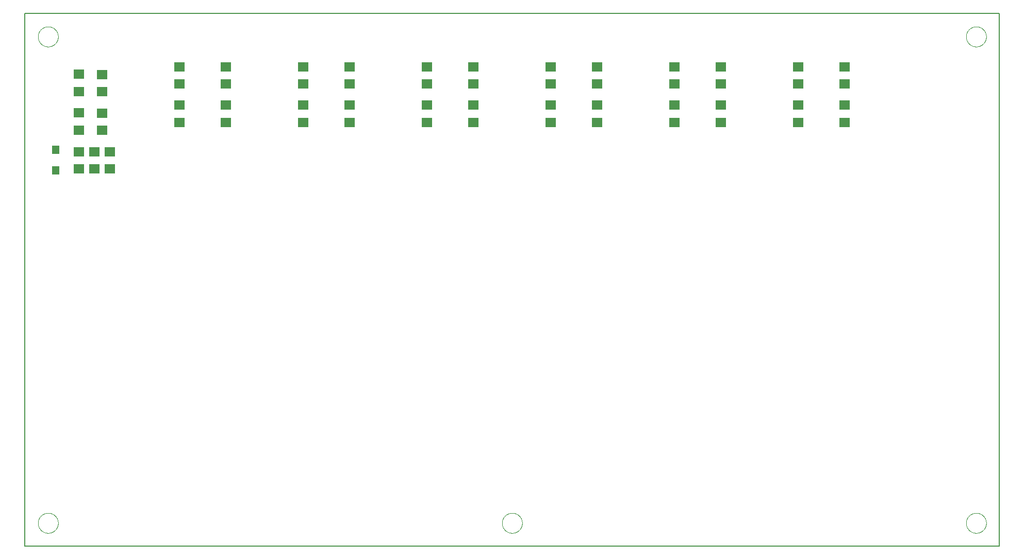
<source format=gtp>
G75*
%MOIN*%
%OFA0B0*%
%FSLAX25Y25*%
%IPPOS*%
%LPD*%
%AMOC8*
5,1,8,0,0,1.08239X$1,22.5*
%
%ADD10C,0.00600*%
%ADD11R,0.07098X0.06299*%
%ADD12R,0.07087X0.06299*%
%ADD13R,0.04724X0.05315*%
%ADD14C,0.00000*%
D10*
X0047595Y0011551D02*
X0677595Y0011551D01*
X0677595Y0356551D01*
X0047595Y0356551D01*
X0047595Y0011551D01*
D11*
X0082595Y0280953D03*
X0082595Y0292150D03*
X0082595Y0305953D03*
X0082595Y0317150D03*
X0147595Y0297150D03*
X0147595Y0285953D03*
X0177595Y0285953D03*
X0177595Y0297150D03*
X0227595Y0297150D03*
X0227595Y0285953D03*
X0257595Y0285953D03*
X0257595Y0297150D03*
X0307595Y0297150D03*
X0307595Y0285953D03*
X0337595Y0285953D03*
X0337595Y0297150D03*
X0387595Y0297150D03*
X0387595Y0285953D03*
X0417595Y0285953D03*
X0417595Y0297150D03*
X0467595Y0297150D03*
X0467595Y0285953D03*
X0497595Y0285953D03*
X0497595Y0297150D03*
X0547595Y0297150D03*
X0547595Y0285953D03*
X0577595Y0285953D03*
X0577595Y0297150D03*
D12*
X0577595Y0311039D03*
X0577595Y0322063D03*
X0547595Y0322063D03*
X0547595Y0311039D03*
X0497595Y0311039D03*
X0497595Y0322063D03*
X0467595Y0322063D03*
X0467595Y0311039D03*
X0417595Y0311039D03*
X0417595Y0322063D03*
X0387595Y0322063D03*
X0387595Y0311039D03*
X0337595Y0311039D03*
X0337595Y0322063D03*
X0307595Y0322063D03*
X0307595Y0311039D03*
X0257595Y0311039D03*
X0257595Y0322063D03*
X0227595Y0322063D03*
X0227595Y0311039D03*
X0177595Y0311039D03*
X0177595Y0322063D03*
X0147595Y0322063D03*
X0147595Y0311039D03*
X0097595Y0306039D03*
X0097595Y0317063D03*
X0097595Y0292063D03*
X0097595Y0281039D03*
X0092595Y0267063D03*
X0082595Y0267063D03*
X0082595Y0256039D03*
X0092595Y0256039D03*
X0102595Y0256039D03*
X0102595Y0267063D03*
D13*
X0067595Y0268146D03*
X0067595Y0254957D03*
D14*
X0056095Y0341551D02*
X0056097Y0341712D01*
X0056103Y0341872D01*
X0056113Y0342033D01*
X0056127Y0342193D01*
X0056145Y0342353D01*
X0056166Y0342512D01*
X0056192Y0342671D01*
X0056222Y0342829D01*
X0056255Y0342986D01*
X0056293Y0343143D01*
X0056334Y0343298D01*
X0056379Y0343452D01*
X0056428Y0343605D01*
X0056481Y0343757D01*
X0056537Y0343908D01*
X0056598Y0344057D01*
X0056661Y0344205D01*
X0056729Y0344351D01*
X0056800Y0344495D01*
X0056874Y0344637D01*
X0056952Y0344778D01*
X0057034Y0344916D01*
X0057119Y0345053D01*
X0057207Y0345187D01*
X0057299Y0345319D01*
X0057394Y0345449D01*
X0057492Y0345577D01*
X0057593Y0345702D01*
X0057697Y0345824D01*
X0057804Y0345944D01*
X0057914Y0346061D01*
X0058027Y0346176D01*
X0058143Y0346287D01*
X0058262Y0346396D01*
X0058383Y0346501D01*
X0058507Y0346604D01*
X0058633Y0346704D01*
X0058761Y0346800D01*
X0058892Y0346893D01*
X0059026Y0346983D01*
X0059161Y0347070D01*
X0059299Y0347153D01*
X0059438Y0347233D01*
X0059580Y0347309D01*
X0059723Y0347382D01*
X0059868Y0347451D01*
X0060015Y0347517D01*
X0060163Y0347579D01*
X0060313Y0347637D01*
X0060464Y0347692D01*
X0060617Y0347743D01*
X0060771Y0347790D01*
X0060926Y0347833D01*
X0061082Y0347872D01*
X0061238Y0347908D01*
X0061396Y0347939D01*
X0061554Y0347967D01*
X0061713Y0347991D01*
X0061873Y0348011D01*
X0062033Y0348027D01*
X0062193Y0348039D01*
X0062354Y0348047D01*
X0062515Y0348051D01*
X0062675Y0348051D01*
X0062836Y0348047D01*
X0062997Y0348039D01*
X0063157Y0348027D01*
X0063317Y0348011D01*
X0063477Y0347991D01*
X0063636Y0347967D01*
X0063794Y0347939D01*
X0063952Y0347908D01*
X0064108Y0347872D01*
X0064264Y0347833D01*
X0064419Y0347790D01*
X0064573Y0347743D01*
X0064726Y0347692D01*
X0064877Y0347637D01*
X0065027Y0347579D01*
X0065175Y0347517D01*
X0065322Y0347451D01*
X0065467Y0347382D01*
X0065610Y0347309D01*
X0065752Y0347233D01*
X0065891Y0347153D01*
X0066029Y0347070D01*
X0066164Y0346983D01*
X0066298Y0346893D01*
X0066429Y0346800D01*
X0066557Y0346704D01*
X0066683Y0346604D01*
X0066807Y0346501D01*
X0066928Y0346396D01*
X0067047Y0346287D01*
X0067163Y0346176D01*
X0067276Y0346061D01*
X0067386Y0345944D01*
X0067493Y0345824D01*
X0067597Y0345702D01*
X0067698Y0345577D01*
X0067796Y0345449D01*
X0067891Y0345319D01*
X0067983Y0345187D01*
X0068071Y0345053D01*
X0068156Y0344916D01*
X0068238Y0344778D01*
X0068316Y0344637D01*
X0068390Y0344495D01*
X0068461Y0344351D01*
X0068529Y0344205D01*
X0068592Y0344057D01*
X0068653Y0343908D01*
X0068709Y0343757D01*
X0068762Y0343605D01*
X0068811Y0343452D01*
X0068856Y0343298D01*
X0068897Y0343143D01*
X0068935Y0342986D01*
X0068968Y0342829D01*
X0068998Y0342671D01*
X0069024Y0342512D01*
X0069045Y0342353D01*
X0069063Y0342193D01*
X0069077Y0342033D01*
X0069087Y0341872D01*
X0069093Y0341712D01*
X0069095Y0341551D01*
X0069093Y0341390D01*
X0069087Y0341230D01*
X0069077Y0341069D01*
X0069063Y0340909D01*
X0069045Y0340749D01*
X0069024Y0340590D01*
X0068998Y0340431D01*
X0068968Y0340273D01*
X0068935Y0340116D01*
X0068897Y0339959D01*
X0068856Y0339804D01*
X0068811Y0339650D01*
X0068762Y0339497D01*
X0068709Y0339345D01*
X0068653Y0339194D01*
X0068592Y0339045D01*
X0068529Y0338897D01*
X0068461Y0338751D01*
X0068390Y0338607D01*
X0068316Y0338465D01*
X0068238Y0338324D01*
X0068156Y0338186D01*
X0068071Y0338049D01*
X0067983Y0337915D01*
X0067891Y0337783D01*
X0067796Y0337653D01*
X0067698Y0337525D01*
X0067597Y0337400D01*
X0067493Y0337278D01*
X0067386Y0337158D01*
X0067276Y0337041D01*
X0067163Y0336926D01*
X0067047Y0336815D01*
X0066928Y0336706D01*
X0066807Y0336601D01*
X0066683Y0336498D01*
X0066557Y0336398D01*
X0066429Y0336302D01*
X0066298Y0336209D01*
X0066164Y0336119D01*
X0066029Y0336032D01*
X0065891Y0335949D01*
X0065752Y0335869D01*
X0065610Y0335793D01*
X0065467Y0335720D01*
X0065322Y0335651D01*
X0065175Y0335585D01*
X0065027Y0335523D01*
X0064877Y0335465D01*
X0064726Y0335410D01*
X0064573Y0335359D01*
X0064419Y0335312D01*
X0064264Y0335269D01*
X0064108Y0335230D01*
X0063952Y0335194D01*
X0063794Y0335163D01*
X0063636Y0335135D01*
X0063477Y0335111D01*
X0063317Y0335091D01*
X0063157Y0335075D01*
X0062997Y0335063D01*
X0062836Y0335055D01*
X0062675Y0335051D01*
X0062515Y0335051D01*
X0062354Y0335055D01*
X0062193Y0335063D01*
X0062033Y0335075D01*
X0061873Y0335091D01*
X0061713Y0335111D01*
X0061554Y0335135D01*
X0061396Y0335163D01*
X0061238Y0335194D01*
X0061082Y0335230D01*
X0060926Y0335269D01*
X0060771Y0335312D01*
X0060617Y0335359D01*
X0060464Y0335410D01*
X0060313Y0335465D01*
X0060163Y0335523D01*
X0060015Y0335585D01*
X0059868Y0335651D01*
X0059723Y0335720D01*
X0059580Y0335793D01*
X0059438Y0335869D01*
X0059299Y0335949D01*
X0059161Y0336032D01*
X0059026Y0336119D01*
X0058892Y0336209D01*
X0058761Y0336302D01*
X0058633Y0336398D01*
X0058507Y0336498D01*
X0058383Y0336601D01*
X0058262Y0336706D01*
X0058143Y0336815D01*
X0058027Y0336926D01*
X0057914Y0337041D01*
X0057804Y0337158D01*
X0057697Y0337278D01*
X0057593Y0337400D01*
X0057492Y0337525D01*
X0057394Y0337653D01*
X0057299Y0337783D01*
X0057207Y0337915D01*
X0057119Y0338049D01*
X0057034Y0338186D01*
X0056952Y0338324D01*
X0056874Y0338465D01*
X0056800Y0338607D01*
X0056729Y0338751D01*
X0056661Y0338897D01*
X0056598Y0339045D01*
X0056537Y0339194D01*
X0056481Y0339345D01*
X0056428Y0339497D01*
X0056379Y0339650D01*
X0056334Y0339804D01*
X0056293Y0339959D01*
X0056255Y0340116D01*
X0056222Y0340273D01*
X0056192Y0340431D01*
X0056166Y0340590D01*
X0056145Y0340749D01*
X0056127Y0340909D01*
X0056113Y0341069D01*
X0056103Y0341230D01*
X0056097Y0341390D01*
X0056095Y0341551D01*
X0056095Y0026551D02*
X0056097Y0026712D01*
X0056103Y0026872D01*
X0056113Y0027033D01*
X0056127Y0027193D01*
X0056145Y0027353D01*
X0056166Y0027512D01*
X0056192Y0027671D01*
X0056222Y0027829D01*
X0056255Y0027986D01*
X0056293Y0028143D01*
X0056334Y0028298D01*
X0056379Y0028452D01*
X0056428Y0028605D01*
X0056481Y0028757D01*
X0056537Y0028908D01*
X0056598Y0029057D01*
X0056661Y0029205D01*
X0056729Y0029351D01*
X0056800Y0029495D01*
X0056874Y0029637D01*
X0056952Y0029778D01*
X0057034Y0029916D01*
X0057119Y0030053D01*
X0057207Y0030187D01*
X0057299Y0030319D01*
X0057394Y0030449D01*
X0057492Y0030577D01*
X0057593Y0030702D01*
X0057697Y0030824D01*
X0057804Y0030944D01*
X0057914Y0031061D01*
X0058027Y0031176D01*
X0058143Y0031287D01*
X0058262Y0031396D01*
X0058383Y0031501D01*
X0058507Y0031604D01*
X0058633Y0031704D01*
X0058761Y0031800D01*
X0058892Y0031893D01*
X0059026Y0031983D01*
X0059161Y0032070D01*
X0059299Y0032153D01*
X0059438Y0032233D01*
X0059580Y0032309D01*
X0059723Y0032382D01*
X0059868Y0032451D01*
X0060015Y0032517D01*
X0060163Y0032579D01*
X0060313Y0032637D01*
X0060464Y0032692D01*
X0060617Y0032743D01*
X0060771Y0032790D01*
X0060926Y0032833D01*
X0061082Y0032872D01*
X0061238Y0032908D01*
X0061396Y0032939D01*
X0061554Y0032967D01*
X0061713Y0032991D01*
X0061873Y0033011D01*
X0062033Y0033027D01*
X0062193Y0033039D01*
X0062354Y0033047D01*
X0062515Y0033051D01*
X0062675Y0033051D01*
X0062836Y0033047D01*
X0062997Y0033039D01*
X0063157Y0033027D01*
X0063317Y0033011D01*
X0063477Y0032991D01*
X0063636Y0032967D01*
X0063794Y0032939D01*
X0063952Y0032908D01*
X0064108Y0032872D01*
X0064264Y0032833D01*
X0064419Y0032790D01*
X0064573Y0032743D01*
X0064726Y0032692D01*
X0064877Y0032637D01*
X0065027Y0032579D01*
X0065175Y0032517D01*
X0065322Y0032451D01*
X0065467Y0032382D01*
X0065610Y0032309D01*
X0065752Y0032233D01*
X0065891Y0032153D01*
X0066029Y0032070D01*
X0066164Y0031983D01*
X0066298Y0031893D01*
X0066429Y0031800D01*
X0066557Y0031704D01*
X0066683Y0031604D01*
X0066807Y0031501D01*
X0066928Y0031396D01*
X0067047Y0031287D01*
X0067163Y0031176D01*
X0067276Y0031061D01*
X0067386Y0030944D01*
X0067493Y0030824D01*
X0067597Y0030702D01*
X0067698Y0030577D01*
X0067796Y0030449D01*
X0067891Y0030319D01*
X0067983Y0030187D01*
X0068071Y0030053D01*
X0068156Y0029916D01*
X0068238Y0029778D01*
X0068316Y0029637D01*
X0068390Y0029495D01*
X0068461Y0029351D01*
X0068529Y0029205D01*
X0068592Y0029057D01*
X0068653Y0028908D01*
X0068709Y0028757D01*
X0068762Y0028605D01*
X0068811Y0028452D01*
X0068856Y0028298D01*
X0068897Y0028143D01*
X0068935Y0027986D01*
X0068968Y0027829D01*
X0068998Y0027671D01*
X0069024Y0027512D01*
X0069045Y0027353D01*
X0069063Y0027193D01*
X0069077Y0027033D01*
X0069087Y0026872D01*
X0069093Y0026712D01*
X0069095Y0026551D01*
X0069093Y0026390D01*
X0069087Y0026230D01*
X0069077Y0026069D01*
X0069063Y0025909D01*
X0069045Y0025749D01*
X0069024Y0025590D01*
X0068998Y0025431D01*
X0068968Y0025273D01*
X0068935Y0025116D01*
X0068897Y0024959D01*
X0068856Y0024804D01*
X0068811Y0024650D01*
X0068762Y0024497D01*
X0068709Y0024345D01*
X0068653Y0024194D01*
X0068592Y0024045D01*
X0068529Y0023897D01*
X0068461Y0023751D01*
X0068390Y0023607D01*
X0068316Y0023465D01*
X0068238Y0023324D01*
X0068156Y0023186D01*
X0068071Y0023049D01*
X0067983Y0022915D01*
X0067891Y0022783D01*
X0067796Y0022653D01*
X0067698Y0022525D01*
X0067597Y0022400D01*
X0067493Y0022278D01*
X0067386Y0022158D01*
X0067276Y0022041D01*
X0067163Y0021926D01*
X0067047Y0021815D01*
X0066928Y0021706D01*
X0066807Y0021601D01*
X0066683Y0021498D01*
X0066557Y0021398D01*
X0066429Y0021302D01*
X0066298Y0021209D01*
X0066164Y0021119D01*
X0066029Y0021032D01*
X0065891Y0020949D01*
X0065752Y0020869D01*
X0065610Y0020793D01*
X0065467Y0020720D01*
X0065322Y0020651D01*
X0065175Y0020585D01*
X0065027Y0020523D01*
X0064877Y0020465D01*
X0064726Y0020410D01*
X0064573Y0020359D01*
X0064419Y0020312D01*
X0064264Y0020269D01*
X0064108Y0020230D01*
X0063952Y0020194D01*
X0063794Y0020163D01*
X0063636Y0020135D01*
X0063477Y0020111D01*
X0063317Y0020091D01*
X0063157Y0020075D01*
X0062997Y0020063D01*
X0062836Y0020055D01*
X0062675Y0020051D01*
X0062515Y0020051D01*
X0062354Y0020055D01*
X0062193Y0020063D01*
X0062033Y0020075D01*
X0061873Y0020091D01*
X0061713Y0020111D01*
X0061554Y0020135D01*
X0061396Y0020163D01*
X0061238Y0020194D01*
X0061082Y0020230D01*
X0060926Y0020269D01*
X0060771Y0020312D01*
X0060617Y0020359D01*
X0060464Y0020410D01*
X0060313Y0020465D01*
X0060163Y0020523D01*
X0060015Y0020585D01*
X0059868Y0020651D01*
X0059723Y0020720D01*
X0059580Y0020793D01*
X0059438Y0020869D01*
X0059299Y0020949D01*
X0059161Y0021032D01*
X0059026Y0021119D01*
X0058892Y0021209D01*
X0058761Y0021302D01*
X0058633Y0021398D01*
X0058507Y0021498D01*
X0058383Y0021601D01*
X0058262Y0021706D01*
X0058143Y0021815D01*
X0058027Y0021926D01*
X0057914Y0022041D01*
X0057804Y0022158D01*
X0057697Y0022278D01*
X0057593Y0022400D01*
X0057492Y0022525D01*
X0057394Y0022653D01*
X0057299Y0022783D01*
X0057207Y0022915D01*
X0057119Y0023049D01*
X0057034Y0023186D01*
X0056952Y0023324D01*
X0056874Y0023465D01*
X0056800Y0023607D01*
X0056729Y0023751D01*
X0056661Y0023897D01*
X0056598Y0024045D01*
X0056537Y0024194D01*
X0056481Y0024345D01*
X0056428Y0024497D01*
X0056379Y0024650D01*
X0056334Y0024804D01*
X0056293Y0024959D01*
X0056255Y0025116D01*
X0056222Y0025273D01*
X0056192Y0025431D01*
X0056166Y0025590D01*
X0056145Y0025749D01*
X0056127Y0025909D01*
X0056113Y0026069D01*
X0056103Y0026230D01*
X0056097Y0026390D01*
X0056095Y0026551D01*
X0356095Y0026551D02*
X0356097Y0026712D01*
X0356103Y0026872D01*
X0356113Y0027033D01*
X0356127Y0027193D01*
X0356145Y0027353D01*
X0356166Y0027512D01*
X0356192Y0027671D01*
X0356222Y0027829D01*
X0356255Y0027986D01*
X0356293Y0028143D01*
X0356334Y0028298D01*
X0356379Y0028452D01*
X0356428Y0028605D01*
X0356481Y0028757D01*
X0356537Y0028908D01*
X0356598Y0029057D01*
X0356661Y0029205D01*
X0356729Y0029351D01*
X0356800Y0029495D01*
X0356874Y0029637D01*
X0356952Y0029778D01*
X0357034Y0029916D01*
X0357119Y0030053D01*
X0357207Y0030187D01*
X0357299Y0030319D01*
X0357394Y0030449D01*
X0357492Y0030577D01*
X0357593Y0030702D01*
X0357697Y0030824D01*
X0357804Y0030944D01*
X0357914Y0031061D01*
X0358027Y0031176D01*
X0358143Y0031287D01*
X0358262Y0031396D01*
X0358383Y0031501D01*
X0358507Y0031604D01*
X0358633Y0031704D01*
X0358761Y0031800D01*
X0358892Y0031893D01*
X0359026Y0031983D01*
X0359161Y0032070D01*
X0359299Y0032153D01*
X0359438Y0032233D01*
X0359580Y0032309D01*
X0359723Y0032382D01*
X0359868Y0032451D01*
X0360015Y0032517D01*
X0360163Y0032579D01*
X0360313Y0032637D01*
X0360464Y0032692D01*
X0360617Y0032743D01*
X0360771Y0032790D01*
X0360926Y0032833D01*
X0361082Y0032872D01*
X0361238Y0032908D01*
X0361396Y0032939D01*
X0361554Y0032967D01*
X0361713Y0032991D01*
X0361873Y0033011D01*
X0362033Y0033027D01*
X0362193Y0033039D01*
X0362354Y0033047D01*
X0362515Y0033051D01*
X0362675Y0033051D01*
X0362836Y0033047D01*
X0362997Y0033039D01*
X0363157Y0033027D01*
X0363317Y0033011D01*
X0363477Y0032991D01*
X0363636Y0032967D01*
X0363794Y0032939D01*
X0363952Y0032908D01*
X0364108Y0032872D01*
X0364264Y0032833D01*
X0364419Y0032790D01*
X0364573Y0032743D01*
X0364726Y0032692D01*
X0364877Y0032637D01*
X0365027Y0032579D01*
X0365175Y0032517D01*
X0365322Y0032451D01*
X0365467Y0032382D01*
X0365610Y0032309D01*
X0365752Y0032233D01*
X0365891Y0032153D01*
X0366029Y0032070D01*
X0366164Y0031983D01*
X0366298Y0031893D01*
X0366429Y0031800D01*
X0366557Y0031704D01*
X0366683Y0031604D01*
X0366807Y0031501D01*
X0366928Y0031396D01*
X0367047Y0031287D01*
X0367163Y0031176D01*
X0367276Y0031061D01*
X0367386Y0030944D01*
X0367493Y0030824D01*
X0367597Y0030702D01*
X0367698Y0030577D01*
X0367796Y0030449D01*
X0367891Y0030319D01*
X0367983Y0030187D01*
X0368071Y0030053D01*
X0368156Y0029916D01*
X0368238Y0029778D01*
X0368316Y0029637D01*
X0368390Y0029495D01*
X0368461Y0029351D01*
X0368529Y0029205D01*
X0368592Y0029057D01*
X0368653Y0028908D01*
X0368709Y0028757D01*
X0368762Y0028605D01*
X0368811Y0028452D01*
X0368856Y0028298D01*
X0368897Y0028143D01*
X0368935Y0027986D01*
X0368968Y0027829D01*
X0368998Y0027671D01*
X0369024Y0027512D01*
X0369045Y0027353D01*
X0369063Y0027193D01*
X0369077Y0027033D01*
X0369087Y0026872D01*
X0369093Y0026712D01*
X0369095Y0026551D01*
X0369093Y0026390D01*
X0369087Y0026230D01*
X0369077Y0026069D01*
X0369063Y0025909D01*
X0369045Y0025749D01*
X0369024Y0025590D01*
X0368998Y0025431D01*
X0368968Y0025273D01*
X0368935Y0025116D01*
X0368897Y0024959D01*
X0368856Y0024804D01*
X0368811Y0024650D01*
X0368762Y0024497D01*
X0368709Y0024345D01*
X0368653Y0024194D01*
X0368592Y0024045D01*
X0368529Y0023897D01*
X0368461Y0023751D01*
X0368390Y0023607D01*
X0368316Y0023465D01*
X0368238Y0023324D01*
X0368156Y0023186D01*
X0368071Y0023049D01*
X0367983Y0022915D01*
X0367891Y0022783D01*
X0367796Y0022653D01*
X0367698Y0022525D01*
X0367597Y0022400D01*
X0367493Y0022278D01*
X0367386Y0022158D01*
X0367276Y0022041D01*
X0367163Y0021926D01*
X0367047Y0021815D01*
X0366928Y0021706D01*
X0366807Y0021601D01*
X0366683Y0021498D01*
X0366557Y0021398D01*
X0366429Y0021302D01*
X0366298Y0021209D01*
X0366164Y0021119D01*
X0366029Y0021032D01*
X0365891Y0020949D01*
X0365752Y0020869D01*
X0365610Y0020793D01*
X0365467Y0020720D01*
X0365322Y0020651D01*
X0365175Y0020585D01*
X0365027Y0020523D01*
X0364877Y0020465D01*
X0364726Y0020410D01*
X0364573Y0020359D01*
X0364419Y0020312D01*
X0364264Y0020269D01*
X0364108Y0020230D01*
X0363952Y0020194D01*
X0363794Y0020163D01*
X0363636Y0020135D01*
X0363477Y0020111D01*
X0363317Y0020091D01*
X0363157Y0020075D01*
X0362997Y0020063D01*
X0362836Y0020055D01*
X0362675Y0020051D01*
X0362515Y0020051D01*
X0362354Y0020055D01*
X0362193Y0020063D01*
X0362033Y0020075D01*
X0361873Y0020091D01*
X0361713Y0020111D01*
X0361554Y0020135D01*
X0361396Y0020163D01*
X0361238Y0020194D01*
X0361082Y0020230D01*
X0360926Y0020269D01*
X0360771Y0020312D01*
X0360617Y0020359D01*
X0360464Y0020410D01*
X0360313Y0020465D01*
X0360163Y0020523D01*
X0360015Y0020585D01*
X0359868Y0020651D01*
X0359723Y0020720D01*
X0359580Y0020793D01*
X0359438Y0020869D01*
X0359299Y0020949D01*
X0359161Y0021032D01*
X0359026Y0021119D01*
X0358892Y0021209D01*
X0358761Y0021302D01*
X0358633Y0021398D01*
X0358507Y0021498D01*
X0358383Y0021601D01*
X0358262Y0021706D01*
X0358143Y0021815D01*
X0358027Y0021926D01*
X0357914Y0022041D01*
X0357804Y0022158D01*
X0357697Y0022278D01*
X0357593Y0022400D01*
X0357492Y0022525D01*
X0357394Y0022653D01*
X0357299Y0022783D01*
X0357207Y0022915D01*
X0357119Y0023049D01*
X0357034Y0023186D01*
X0356952Y0023324D01*
X0356874Y0023465D01*
X0356800Y0023607D01*
X0356729Y0023751D01*
X0356661Y0023897D01*
X0356598Y0024045D01*
X0356537Y0024194D01*
X0356481Y0024345D01*
X0356428Y0024497D01*
X0356379Y0024650D01*
X0356334Y0024804D01*
X0356293Y0024959D01*
X0356255Y0025116D01*
X0356222Y0025273D01*
X0356192Y0025431D01*
X0356166Y0025590D01*
X0356145Y0025749D01*
X0356127Y0025909D01*
X0356113Y0026069D01*
X0356103Y0026230D01*
X0356097Y0026390D01*
X0356095Y0026551D01*
X0656095Y0026551D02*
X0656097Y0026712D01*
X0656103Y0026872D01*
X0656113Y0027033D01*
X0656127Y0027193D01*
X0656145Y0027353D01*
X0656166Y0027512D01*
X0656192Y0027671D01*
X0656222Y0027829D01*
X0656255Y0027986D01*
X0656293Y0028143D01*
X0656334Y0028298D01*
X0656379Y0028452D01*
X0656428Y0028605D01*
X0656481Y0028757D01*
X0656537Y0028908D01*
X0656598Y0029057D01*
X0656661Y0029205D01*
X0656729Y0029351D01*
X0656800Y0029495D01*
X0656874Y0029637D01*
X0656952Y0029778D01*
X0657034Y0029916D01*
X0657119Y0030053D01*
X0657207Y0030187D01*
X0657299Y0030319D01*
X0657394Y0030449D01*
X0657492Y0030577D01*
X0657593Y0030702D01*
X0657697Y0030824D01*
X0657804Y0030944D01*
X0657914Y0031061D01*
X0658027Y0031176D01*
X0658143Y0031287D01*
X0658262Y0031396D01*
X0658383Y0031501D01*
X0658507Y0031604D01*
X0658633Y0031704D01*
X0658761Y0031800D01*
X0658892Y0031893D01*
X0659026Y0031983D01*
X0659161Y0032070D01*
X0659299Y0032153D01*
X0659438Y0032233D01*
X0659580Y0032309D01*
X0659723Y0032382D01*
X0659868Y0032451D01*
X0660015Y0032517D01*
X0660163Y0032579D01*
X0660313Y0032637D01*
X0660464Y0032692D01*
X0660617Y0032743D01*
X0660771Y0032790D01*
X0660926Y0032833D01*
X0661082Y0032872D01*
X0661238Y0032908D01*
X0661396Y0032939D01*
X0661554Y0032967D01*
X0661713Y0032991D01*
X0661873Y0033011D01*
X0662033Y0033027D01*
X0662193Y0033039D01*
X0662354Y0033047D01*
X0662515Y0033051D01*
X0662675Y0033051D01*
X0662836Y0033047D01*
X0662997Y0033039D01*
X0663157Y0033027D01*
X0663317Y0033011D01*
X0663477Y0032991D01*
X0663636Y0032967D01*
X0663794Y0032939D01*
X0663952Y0032908D01*
X0664108Y0032872D01*
X0664264Y0032833D01*
X0664419Y0032790D01*
X0664573Y0032743D01*
X0664726Y0032692D01*
X0664877Y0032637D01*
X0665027Y0032579D01*
X0665175Y0032517D01*
X0665322Y0032451D01*
X0665467Y0032382D01*
X0665610Y0032309D01*
X0665752Y0032233D01*
X0665891Y0032153D01*
X0666029Y0032070D01*
X0666164Y0031983D01*
X0666298Y0031893D01*
X0666429Y0031800D01*
X0666557Y0031704D01*
X0666683Y0031604D01*
X0666807Y0031501D01*
X0666928Y0031396D01*
X0667047Y0031287D01*
X0667163Y0031176D01*
X0667276Y0031061D01*
X0667386Y0030944D01*
X0667493Y0030824D01*
X0667597Y0030702D01*
X0667698Y0030577D01*
X0667796Y0030449D01*
X0667891Y0030319D01*
X0667983Y0030187D01*
X0668071Y0030053D01*
X0668156Y0029916D01*
X0668238Y0029778D01*
X0668316Y0029637D01*
X0668390Y0029495D01*
X0668461Y0029351D01*
X0668529Y0029205D01*
X0668592Y0029057D01*
X0668653Y0028908D01*
X0668709Y0028757D01*
X0668762Y0028605D01*
X0668811Y0028452D01*
X0668856Y0028298D01*
X0668897Y0028143D01*
X0668935Y0027986D01*
X0668968Y0027829D01*
X0668998Y0027671D01*
X0669024Y0027512D01*
X0669045Y0027353D01*
X0669063Y0027193D01*
X0669077Y0027033D01*
X0669087Y0026872D01*
X0669093Y0026712D01*
X0669095Y0026551D01*
X0669093Y0026390D01*
X0669087Y0026230D01*
X0669077Y0026069D01*
X0669063Y0025909D01*
X0669045Y0025749D01*
X0669024Y0025590D01*
X0668998Y0025431D01*
X0668968Y0025273D01*
X0668935Y0025116D01*
X0668897Y0024959D01*
X0668856Y0024804D01*
X0668811Y0024650D01*
X0668762Y0024497D01*
X0668709Y0024345D01*
X0668653Y0024194D01*
X0668592Y0024045D01*
X0668529Y0023897D01*
X0668461Y0023751D01*
X0668390Y0023607D01*
X0668316Y0023465D01*
X0668238Y0023324D01*
X0668156Y0023186D01*
X0668071Y0023049D01*
X0667983Y0022915D01*
X0667891Y0022783D01*
X0667796Y0022653D01*
X0667698Y0022525D01*
X0667597Y0022400D01*
X0667493Y0022278D01*
X0667386Y0022158D01*
X0667276Y0022041D01*
X0667163Y0021926D01*
X0667047Y0021815D01*
X0666928Y0021706D01*
X0666807Y0021601D01*
X0666683Y0021498D01*
X0666557Y0021398D01*
X0666429Y0021302D01*
X0666298Y0021209D01*
X0666164Y0021119D01*
X0666029Y0021032D01*
X0665891Y0020949D01*
X0665752Y0020869D01*
X0665610Y0020793D01*
X0665467Y0020720D01*
X0665322Y0020651D01*
X0665175Y0020585D01*
X0665027Y0020523D01*
X0664877Y0020465D01*
X0664726Y0020410D01*
X0664573Y0020359D01*
X0664419Y0020312D01*
X0664264Y0020269D01*
X0664108Y0020230D01*
X0663952Y0020194D01*
X0663794Y0020163D01*
X0663636Y0020135D01*
X0663477Y0020111D01*
X0663317Y0020091D01*
X0663157Y0020075D01*
X0662997Y0020063D01*
X0662836Y0020055D01*
X0662675Y0020051D01*
X0662515Y0020051D01*
X0662354Y0020055D01*
X0662193Y0020063D01*
X0662033Y0020075D01*
X0661873Y0020091D01*
X0661713Y0020111D01*
X0661554Y0020135D01*
X0661396Y0020163D01*
X0661238Y0020194D01*
X0661082Y0020230D01*
X0660926Y0020269D01*
X0660771Y0020312D01*
X0660617Y0020359D01*
X0660464Y0020410D01*
X0660313Y0020465D01*
X0660163Y0020523D01*
X0660015Y0020585D01*
X0659868Y0020651D01*
X0659723Y0020720D01*
X0659580Y0020793D01*
X0659438Y0020869D01*
X0659299Y0020949D01*
X0659161Y0021032D01*
X0659026Y0021119D01*
X0658892Y0021209D01*
X0658761Y0021302D01*
X0658633Y0021398D01*
X0658507Y0021498D01*
X0658383Y0021601D01*
X0658262Y0021706D01*
X0658143Y0021815D01*
X0658027Y0021926D01*
X0657914Y0022041D01*
X0657804Y0022158D01*
X0657697Y0022278D01*
X0657593Y0022400D01*
X0657492Y0022525D01*
X0657394Y0022653D01*
X0657299Y0022783D01*
X0657207Y0022915D01*
X0657119Y0023049D01*
X0657034Y0023186D01*
X0656952Y0023324D01*
X0656874Y0023465D01*
X0656800Y0023607D01*
X0656729Y0023751D01*
X0656661Y0023897D01*
X0656598Y0024045D01*
X0656537Y0024194D01*
X0656481Y0024345D01*
X0656428Y0024497D01*
X0656379Y0024650D01*
X0656334Y0024804D01*
X0656293Y0024959D01*
X0656255Y0025116D01*
X0656222Y0025273D01*
X0656192Y0025431D01*
X0656166Y0025590D01*
X0656145Y0025749D01*
X0656127Y0025909D01*
X0656113Y0026069D01*
X0656103Y0026230D01*
X0656097Y0026390D01*
X0656095Y0026551D01*
X0656095Y0341551D02*
X0656097Y0341712D01*
X0656103Y0341872D01*
X0656113Y0342033D01*
X0656127Y0342193D01*
X0656145Y0342353D01*
X0656166Y0342512D01*
X0656192Y0342671D01*
X0656222Y0342829D01*
X0656255Y0342986D01*
X0656293Y0343143D01*
X0656334Y0343298D01*
X0656379Y0343452D01*
X0656428Y0343605D01*
X0656481Y0343757D01*
X0656537Y0343908D01*
X0656598Y0344057D01*
X0656661Y0344205D01*
X0656729Y0344351D01*
X0656800Y0344495D01*
X0656874Y0344637D01*
X0656952Y0344778D01*
X0657034Y0344916D01*
X0657119Y0345053D01*
X0657207Y0345187D01*
X0657299Y0345319D01*
X0657394Y0345449D01*
X0657492Y0345577D01*
X0657593Y0345702D01*
X0657697Y0345824D01*
X0657804Y0345944D01*
X0657914Y0346061D01*
X0658027Y0346176D01*
X0658143Y0346287D01*
X0658262Y0346396D01*
X0658383Y0346501D01*
X0658507Y0346604D01*
X0658633Y0346704D01*
X0658761Y0346800D01*
X0658892Y0346893D01*
X0659026Y0346983D01*
X0659161Y0347070D01*
X0659299Y0347153D01*
X0659438Y0347233D01*
X0659580Y0347309D01*
X0659723Y0347382D01*
X0659868Y0347451D01*
X0660015Y0347517D01*
X0660163Y0347579D01*
X0660313Y0347637D01*
X0660464Y0347692D01*
X0660617Y0347743D01*
X0660771Y0347790D01*
X0660926Y0347833D01*
X0661082Y0347872D01*
X0661238Y0347908D01*
X0661396Y0347939D01*
X0661554Y0347967D01*
X0661713Y0347991D01*
X0661873Y0348011D01*
X0662033Y0348027D01*
X0662193Y0348039D01*
X0662354Y0348047D01*
X0662515Y0348051D01*
X0662675Y0348051D01*
X0662836Y0348047D01*
X0662997Y0348039D01*
X0663157Y0348027D01*
X0663317Y0348011D01*
X0663477Y0347991D01*
X0663636Y0347967D01*
X0663794Y0347939D01*
X0663952Y0347908D01*
X0664108Y0347872D01*
X0664264Y0347833D01*
X0664419Y0347790D01*
X0664573Y0347743D01*
X0664726Y0347692D01*
X0664877Y0347637D01*
X0665027Y0347579D01*
X0665175Y0347517D01*
X0665322Y0347451D01*
X0665467Y0347382D01*
X0665610Y0347309D01*
X0665752Y0347233D01*
X0665891Y0347153D01*
X0666029Y0347070D01*
X0666164Y0346983D01*
X0666298Y0346893D01*
X0666429Y0346800D01*
X0666557Y0346704D01*
X0666683Y0346604D01*
X0666807Y0346501D01*
X0666928Y0346396D01*
X0667047Y0346287D01*
X0667163Y0346176D01*
X0667276Y0346061D01*
X0667386Y0345944D01*
X0667493Y0345824D01*
X0667597Y0345702D01*
X0667698Y0345577D01*
X0667796Y0345449D01*
X0667891Y0345319D01*
X0667983Y0345187D01*
X0668071Y0345053D01*
X0668156Y0344916D01*
X0668238Y0344778D01*
X0668316Y0344637D01*
X0668390Y0344495D01*
X0668461Y0344351D01*
X0668529Y0344205D01*
X0668592Y0344057D01*
X0668653Y0343908D01*
X0668709Y0343757D01*
X0668762Y0343605D01*
X0668811Y0343452D01*
X0668856Y0343298D01*
X0668897Y0343143D01*
X0668935Y0342986D01*
X0668968Y0342829D01*
X0668998Y0342671D01*
X0669024Y0342512D01*
X0669045Y0342353D01*
X0669063Y0342193D01*
X0669077Y0342033D01*
X0669087Y0341872D01*
X0669093Y0341712D01*
X0669095Y0341551D01*
X0669093Y0341390D01*
X0669087Y0341230D01*
X0669077Y0341069D01*
X0669063Y0340909D01*
X0669045Y0340749D01*
X0669024Y0340590D01*
X0668998Y0340431D01*
X0668968Y0340273D01*
X0668935Y0340116D01*
X0668897Y0339959D01*
X0668856Y0339804D01*
X0668811Y0339650D01*
X0668762Y0339497D01*
X0668709Y0339345D01*
X0668653Y0339194D01*
X0668592Y0339045D01*
X0668529Y0338897D01*
X0668461Y0338751D01*
X0668390Y0338607D01*
X0668316Y0338465D01*
X0668238Y0338324D01*
X0668156Y0338186D01*
X0668071Y0338049D01*
X0667983Y0337915D01*
X0667891Y0337783D01*
X0667796Y0337653D01*
X0667698Y0337525D01*
X0667597Y0337400D01*
X0667493Y0337278D01*
X0667386Y0337158D01*
X0667276Y0337041D01*
X0667163Y0336926D01*
X0667047Y0336815D01*
X0666928Y0336706D01*
X0666807Y0336601D01*
X0666683Y0336498D01*
X0666557Y0336398D01*
X0666429Y0336302D01*
X0666298Y0336209D01*
X0666164Y0336119D01*
X0666029Y0336032D01*
X0665891Y0335949D01*
X0665752Y0335869D01*
X0665610Y0335793D01*
X0665467Y0335720D01*
X0665322Y0335651D01*
X0665175Y0335585D01*
X0665027Y0335523D01*
X0664877Y0335465D01*
X0664726Y0335410D01*
X0664573Y0335359D01*
X0664419Y0335312D01*
X0664264Y0335269D01*
X0664108Y0335230D01*
X0663952Y0335194D01*
X0663794Y0335163D01*
X0663636Y0335135D01*
X0663477Y0335111D01*
X0663317Y0335091D01*
X0663157Y0335075D01*
X0662997Y0335063D01*
X0662836Y0335055D01*
X0662675Y0335051D01*
X0662515Y0335051D01*
X0662354Y0335055D01*
X0662193Y0335063D01*
X0662033Y0335075D01*
X0661873Y0335091D01*
X0661713Y0335111D01*
X0661554Y0335135D01*
X0661396Y0335163D01*
X0661238Y0335194D01*
X0661082Y0335230D01*
X0660926Y0335269D01*
X0660771Y0335312D01*
X0660617Y0335359D01*
X0660464Y0335410D01*
X0660313Y0335465D01*
X0660163Y0335523D01*
X0660015Y0335585D01*
X0659868Y0335651D01*
X0659723Y0335720D01*
X0659580Y0335793D01*
X0659438Y0335869D01*
X0659299Y0335949D01*
X0659161Y0336032D01*
X0659026Y0336119D01*
X0658892Y0336209D01*
X0658761Y0336302D01*
X0658633Y0336398D01*
X0658507Y0336498D01*
X0658383Y0336601D01*
X0658262Y0336706D01*
X0658143Y0336815D01*
X0658027Y0336926D01*
X0657914Y0337041D01*
X0657804Y0337158D01*
X0657697Y0337278D01*
X0657593Y0337400D01*
X0657492Y0337525D01*
X0657394Y0337653D01*
X0657299Y0337783D01*
X0657207Y0337915D01*
X0657119Y0338049D01*
X0657034Y0338186D01*
X0656952Y0338324D01*
X0656874Y0338465D01*
X0656800Y0338607D01*
X0656729Y0338751D01*
X0656661Y0338897D01*
X0656598Y0339045D01*
X0656537Y0339194D01*
X0656481Y0339345D01*
X0656428Y0339497D01*
X0656379Y0339650D01*
X0656334Y0339804D01*
X0656293Y0339959D01*
X0656255Y0340116D01*
X0656222Y0340273D01*
X0656192Y0340431D01*
X0656166Y0340590D01*
X0656145Y0340749D01*
X0656127Y0340909D01*
X0656113Y0341069D01*
X0656103Y0341230D01*
X0656097Y0341390D01*
X0656095Y0341551D01*
M02*

</source>
